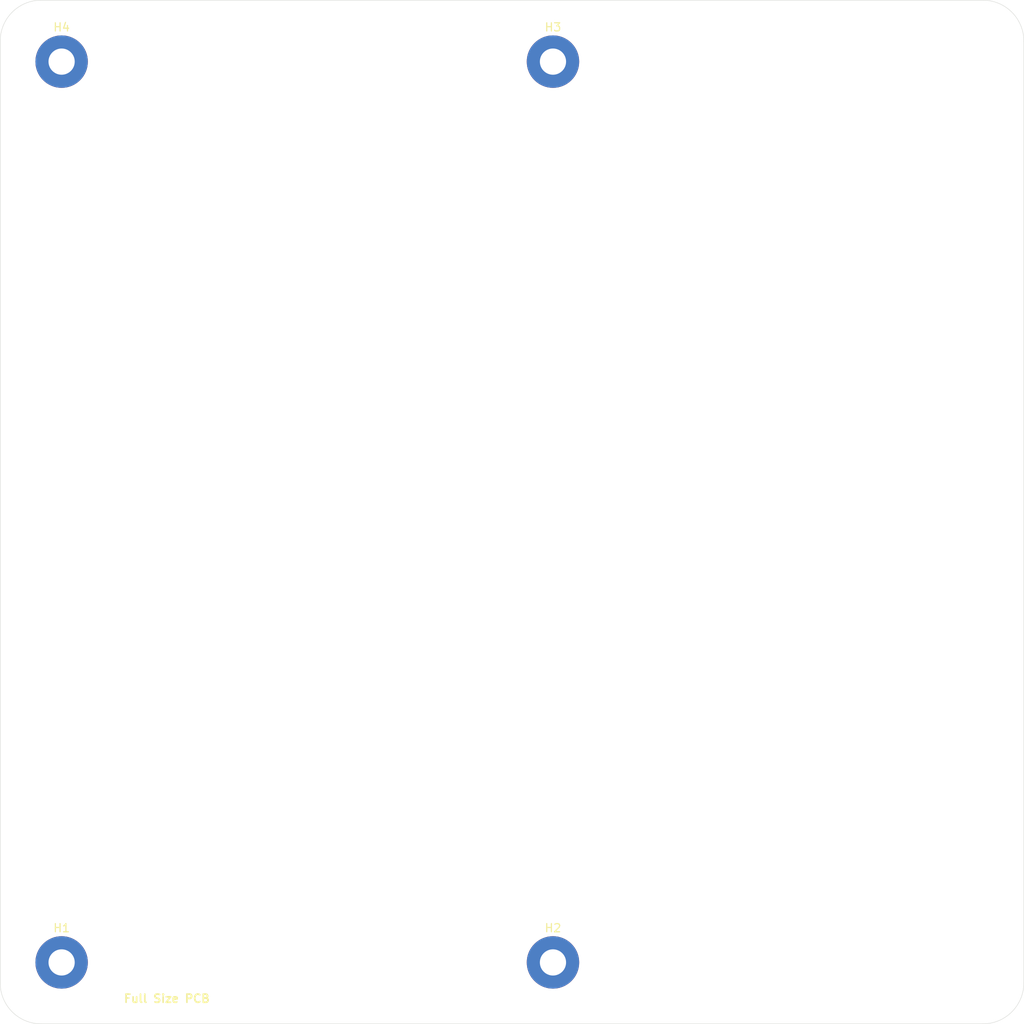
<source format=kicad_pcb>
(kicad_pcb (version 20240108) (generator "pcbnew") (generator_version "8.0")
  (title_block (title "Full Size PCB Template") (date "2024-08-05") (rev "Initial Commit") (company "FabRice Team - Campus Fab"))
  (layers (0 "F.Cu" signal) (31 "B.Cu" signal) (34 "B.Paste" user) (35 "F.Paste" user) (36 "B.SilkS" user "B.Silkscreen") (37 "F.SilkS" user "F.Silkscreen") (38 "B.Mask" user) (39 "F.Mask" user) (44 "Edge.Cuts" user))
  (net 0 "")
  (footprint "MountingHole:MountingHole_3.2mm_M3_Pad" (layer "F.Cu") (at 102.5 32.5)
    (property "Reference" "H3" (at 0 -4.2 0) (layer "F.SilkS"))
    (property "Value" "MountingHole_Pad" (hide yes))
    (pad "1" thru_hole circle (at 0 0) (size 6.4 6.4) (drill 3.2) (layers "*.Cu" "*.Mask"))
  )
  (footprint "MountingHole:MountingHole_3.2mm_M3_Pad" (layer "F.Cu") (at 42.5 142.5)
    (property "Reference" "H1" (at 0 -4.2 0) (layer "F.SilkS"))
    (property "Value" "MountingHole_Pad" (hide yes))
    (pad "1" thru_hole circle (at 0 0) (size 6.4 6.4) (drill 3.2) (layers "*.Cu" "*.Mask"))
  )
  (footprint "MountingHole:MountingHole_3.2mm_M3_Pad" (layer "F.Cu") (at 102.5 142.5)
    (property "Reference" "H2" (at 0 -4.2 0) (layer "F.SilkS"))
    (property "Value" "MountingHole_Pad" (hide yes))
    (pad "1" thru_hole circle (at 0 0) (size 6.4 6.4) (drill 3.2) (layers "*.Cu" "*.Mask"))
  )
  (footprint "MountingHole:MountingHole_3.2mm_M3_Pad" (layer "F.Cu") (at 42.5 32.5)
    (property "Reference" "H4" (at 0 -4.2 0) (layer "F.SilkS"))
    (property "Value" "MountingHole_Pad" (hide yes))
    (pad "1" thru_hole circle (at 0 0) (size 6.4 6.4) (drill 3.2) (layers "*.Cu" "*.Mask"))
  )
  (gr_arc (start 160 145) (mid 158.535534 148.535534) (end 155 150) (stroke (width 0.05)) (layer "Edge.Cuts"))
  (gr_line (start 160 30) (end 160 145) (stroke (width 0.05)) (layer "Edge.Cuts"))
  (gr_line (start 35 145) (end 35 30) (stroke (width 0.05)) (layer "Edge.Cuts"))
  (gr_arc (start 35 30) (mid 36.464466 26.464466) (end 40 25) (stroke (width 0.05)) (layer "Edge.Cuts"))
  (gr_arc (start 155 25) (mid 158.535534 26.464466) (end 160 30) (stroke (width 0.05)) (layer "Edge.Cuts"))
  (gr_arc (start 40 150) (mid 36.464466 148.535534) (end 35 145) (stroke (width 0.05)) (layer "Edge.Cuts"))
  (gr_line (start 155 150) (end 40 150) (stroke (width 0.05)) (layer "Edge.Cuts"))
  (gr_line (start 40 25) (end 155 25) (stroke (width 0.05)) (layer "Edge.Cuts"))
  (gr_text "Full Size PCB" (at 50 147.5 0) (layer "F.SilkS") (effects (font (size 1 1) (thickness 0.2) (bold yes)) (justify left bottom)))
)
</source>
